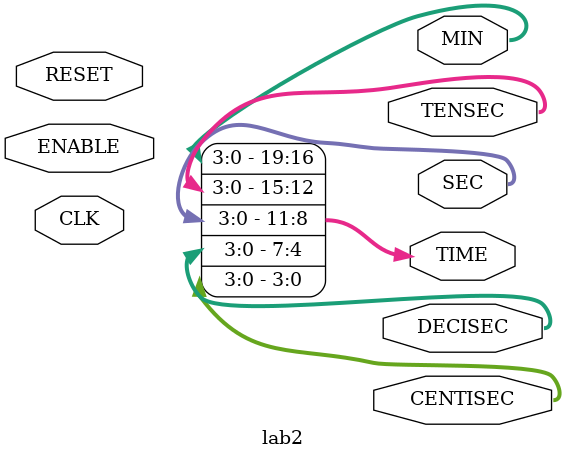
<source format=v>
module lab2(CLK, RESET, ENABLE, TIME, MIN, TENSEC, SEC, DECISEC, CENTISEC);
  input         CLK;
  input         RESET;
  input         ENABLE;

  output [19:0] TIME;
  output [3:0]  MIN;
  output [3:0]  TENSEC;
  output [3:0]  SEC;
  output [3:0]  DECISEC;
  output [3:0]  CENTISEC;


  // ADD YOUR CODE BELOW THIS LINE
  
  
  // ADD YOUR CODE ABOVE THIS LINE

  assign TIME = {MIN, TENSEC, SEC, DECISEC, CENTISEC};

endmodule

</source>
